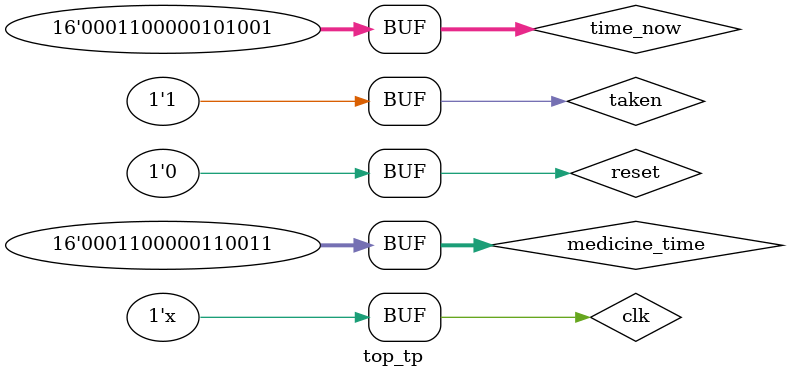
<source format=v>
`timescale 1ns / 1ps

//¾ø¶ÔÊ±ÖÓµÄ·ÂÕæ´úÂë
/*
module tb_clock( );
  reg clk,reset;
  reg [15:0] binaryInput;
  wire [5:0] min_now,hour_now;
  
  clock tb(.clk(clk),.reset(reset),.min_now_2(min_now),.hour_now_2(hour_now),.binaryInput(binaryInput));
  initial begin
  clk = 0;
  reset = 0;
  #30 reset = 1;
      binaryInput = 'b0001_1000_0010_1001;//18:29
  #30 reset = 0;    
  end
   always #10 clk=~clk;
endmodule
*/
/*
module tb_transform();
 reg [15:0] binaryInput;//Ê®ÁùÎ» ¶þ½øÖÆµÄÊäÈë
 wire [5:0] min_now,hour_now;
 
 transform tb(.binaryInput(binaryInput),.min_now(min_now),.hour_now(hour_now));
 initial begin
 binaryInput = 0;
 #30  binaryInput = 16'b0001_1000_0010_1001; end//18:29
 endmodule
 */
 
 
 
 
//ÅÐ¶Ï·þÒ©ºÍ·äÃùÆ÷±¨¾¯ÌáÐÑ ·ÂÕæ´úÂë
/*
module tb_test_and_alarm( );
  reg clk,reset;
  reg its_time;
  reg taken;
  wire [2:0] state;
  wire alarm;
  wire buzzer;
  test_and_alarm tb(.clk(clk),.reset(reset),.alarm(alarm),.its_time(its_time),.taken(taken),.buzzer(buzzer),.state(state));
  initial begin
  clk = 0;
  reset = 1;
  its_time = 0;
  #30 reset = 0;
      its_time = 1;
      taken = 0;
   #30  taken = 0;
   #300 taken = 1;
  end
   always #10 clk=~clk;
endmodule
*/
module top_tp();
reg clk,reset;
reg taken;//ÊÇ·ñ³ÔÒ©
reg [15:0] medicine_time;//Éè¶¨µÄ³ÔÒ©Ê±¼ä
reg [15:0] time_now;
wire its_time;//³ÔÒ©Ê±¼äµ½ÁË
wire [3:0] count_reg;// ³ÔÒ©Ê±¼äµ½ÁËºó ÌáÐÑÁË¼¸´Î
wire buzzer,alarm;//·äÃùÆ÷ºÍ±¨¾¯ÌáÐÑ
wire [7:0] hour_now,min_now;//ÏÖÔÚµÄÊ±¼ä
top tb(.clk(clk),.reset(reset),.taken(taken),.its_time(its_time),.time_now(time_now),.medicine_time(medicine_time),.buzzer(buzzer),.alarm(alarm),.hour_now(hour_now),.min_now(min_now),.count_reg(count_reg));

initial begin
clk = 0;
reset = 1;
taken = 0;
time_now = 16'b0001_1000_0010_1001; //18:29 
medicine_time = 16'b0001_1000_0011_0011; //18:30

#30 reset = 0;
    taken = 0;
#20000
taken=1;
end
always #10 clk=~clk;
endmodule


</source>
